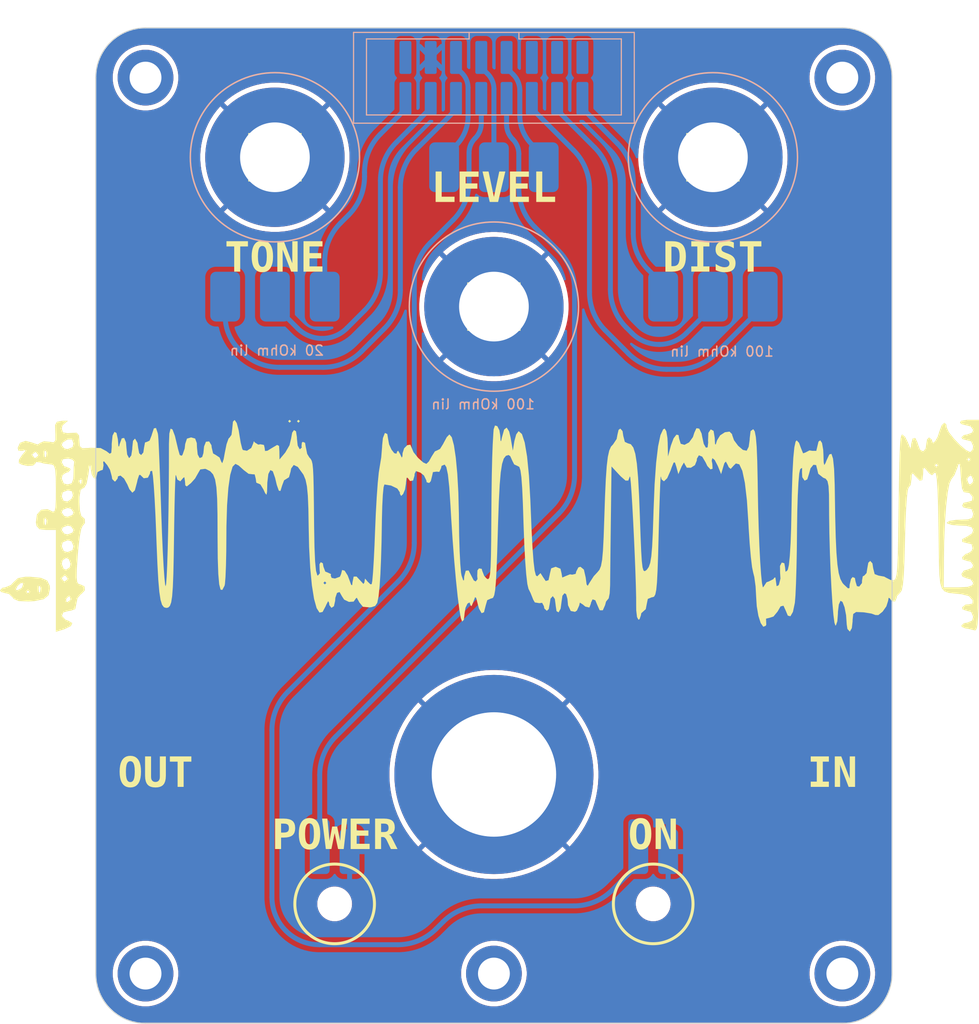
<source format=kicad_pcb>
(kicad_pcb (version 20241229) (generator "pcbnew") (generator_version "9.0")
  (layers (0 "F.Cu" signal) (2 "B.Cu" signal) (13 "F.Paste" user) (15 "B.Paste" user) (5 "F.SilkS" user "F.Silkscreen") (7 "B.SilkS" user "B.Silkscreen") (1 "F.Mask" user) (3 "B.Mask" user) (25 "Edge.Cuts" user))
  (net 0 "")
  (net 1 "0")
  (net 2 "Net-(D1-A)")
  (net 3 "Net-(D2-A)")
  (net 4 "Net-(J1C-Pin_14)")
  (net 5 "Net-(J1C-Pin_16)")
  (net 6 "Net-(J1B-Pin_5)")
  (net 7 "Net-(J1A-Pin_4)")
  (net 9 "Net-(J1B-Pin_9)")
  (net 12 "Net-(J1A-Pin_6)")
  (net 13 "Net-(J1B-Pin_7)")
  (net 14 "Net-(J1A-Pin_2)")
  (net 15 "Net-(J1C-Pin_12)")
  (footprint "MountingHole:MountingHole_3.2mm_M3_DIN965_Pad_TopBottom" (layer "F.Cu") (at 55 145)
    (property "Reference" "H3" (hide yes))
    (property "Value" "MountingHole")
    (pad "1" thru_hole circle (at 0 0) (size 3.6 3.6) (drill 3.2) (layers "*.Cu" "*.Mask"))
    (pad "1" connect circle (at 0 0) (size 5.6 5.6) (layers "F.Cu" "F.Mask"))
    (pad "1" connect circle (at 0 0) (size 5.6 5.6) (layers "B.Cu" "B.Mask"))
  )
  (footprint "MountingHole:MountingHole_3.2mm_M3_DIN965_Pad_TopBottom" (layer "F.Cu") (at 125 145)
    (property "Reference" "H4" (hide yes))
    (property "Value" "MountingHole")
    (pad "1" thru_hole circle (at 0 0) (size 3.6 3.6) (drill 3.2) (layers "*.Cu" "*.Mask"))
    (pad "1" connect circle (at 0 0) (size 5.6 5.6) (layers "F.Cu" "F.Mask"))
    (pad "1" connect circle (at 0 0) (size 5.6 5.6) (layers "B.Cu" "B.Mask"))
  )
  (footprint "pedale:top_plate_pot" (layer "F.Cu") (at 90 78 180)
    (property "Reference" "RV3" (hide yes))
    (property "Value" "pot_gnd")
    (pad "1" smd roundrect (at -5 14 180) (size 3 5) (layers "B.Cu" "B.Mask" "B.Paste") (roundrect_rratio 0.1923076923) (net 9 "Net-(J1B-Pin_9)"))
    (pad "2" smd roundrect (at 0 14 180) (size 3 5) (layers "B.Cu" "B.Mask" "B.Paste") (roundrect_rratio 0.1923076923) (net 13 "Net-(J1B-Pin_7)"))
    (pad "3" smd roundrect (at 5 14 180) (size 3 5) (layers "B.Cu" "B.Mask" "B.Paste") (roundrect_rratio 0.1923076923) (net 6 "Net-(J1B-Pin_5)"))
    (pad "MH" thru_hole circle (at 0 0 180) (size 14 14) (drill 7) (layers "*.Cu" "*.Mask") (net 1 "0"))
  )
  (footprint "pedale:green_led" (layer "F.Cu") (at 74 138 180)
    (property "Reference" "D2" (hide yes))
    (property "Value" "LED")
    (pad "" np_thru_hole circle (at 0 0 180) (size 3 3) (drill 3) (layers "*.Cu" "*.Mask"))
    (pad "1" smd roundrect (at -1.5 5.25 180) (size 2 4.5) (layers "B.Cu" "B.Mask" "B.Paste") (roundrect_rratio 0.1923076923) (net 1 "0"))
    (pad "2" smd roundrect (at 1.5 5.75 180) (size 2 5.5) (layers "B.Cu" "B.Mask" "B.Paste") (roundrect_rratio 0.1923076923) (net 3 "Net-(D2-A)"))
  )
  (footprint "pedale:top_plate_pot" (layer "F.Cu") (at 112 63)
    (property "Reference" "RV2" (hide yes))
    (property "Value" "pot_gnd")
    (pad "1" smd roundrect (at -5 14) (size 3 5) (layers "B.Cu" "B.Mask" "B.Paste") (roundrect_rratio 0.1923076923) (net 5 "Net-(J1C-Pin_16)"))
    (pad "2" smd roundrect (at 0 14) (size 3 5) (layers "B.Cu" "B.Mask" "B.Paste") (roundrect_rratio 0.1923076923) (net 4 "Net-(J1C-Pin_14)"))
    (pad "3" smd roundrect (at 5 14) (size 3 5) (layers "B.Cu" "B.Mask" "B.Paste") (roundrect_rratio 0.1923076923) (net 15 "Net-(J1C-Pin_12)"))
    (pad "MH" thru_hole circle (at 0 0) (size 14 14) (drill 7) (layers "*.Cu" "*.Mask") (net 1 "0"))
  )
  (footprint "pedale:plated_switch_hole" (layer "F.Cu") (at 90 125)
    (property "Reference" "H8" (hide yes))
    (property "Value" "MountingHole_Pad")
    (pad "1" thru_hole circle (at 0 0) (size 20 20) (drill 12.5) (layers "*.Cu" "*.Mask") (net 1 "0"))
  )
  (footprint "MountingHole:MountingHole_3.2mm_M3_DIN965_Pad_TopBottom" (layer "F.Cu") (at 55 55)
    (property "Reference" "H1" (hide yes))
    (property "Value" "MountingHole")
    (pad "1" thru_hole circle (at 0 0) (size 3.6 3.6) (drill 3.2) (layers "*.Cu" "*.Mask"))
    (pad "1" connect circle (at 0 0) (size 5.6 5.6) (layers "F.Cu" "F.Mask"))
    (pad "1" connect circle (at 0 0) (size 5.6 5.6) (layers "B.Cu" "B.Mask"))
  )
  (footprint "pedale:top_plate_pot" (layer "F.Cu") (at 68 63)
    (property "Reference" "RV1" (hide yes))
    (property "Value" "pot_gnd")
    (pad "1" smd roundrect (at -5 14) (size 3 5) (layers "B.Cu" "B.Mask" "B.Paste") (roundrect_rratio 0.1923076923) (net 12 "Net-(J1A-Pin_6)"))
    (pad "2" smd roundrect (at 0 14) (size 3 5) (layers "B.Cu" "B.Mask" "B.Paste") (roundrect_rratio 0.1923076923) (net 7 "Net-(J1A-Pin_4)"))
    (pad "3" smd roundrect (at 5 14) (size 3 5) (layers "B.Cu" "B.Mask" "B.Paste") (roundrect_rratio 0.1923076923) (net 14 "Net-(J1A-Pin_2)"))
    (pad "MH" thru_hole circle (at 0 0) (size 14 14) (drill 7) (layers "*.Cu" "*.Mask") (net 1 "0"))
  )
  (footprint "LOGO" (layer "F.Cu") (at 90 100)
    (property "Reference" "G***" (hide yes))
    (property "Value" "LOGO" (hide yes))
  )
  (footprint "MountingHole:MountingHole_3.2mm_M3_DIN965_Pad_TopBottom" (layer "F.Cu") (at 125 55)
    (property "Reference" "H2" (hide yes))
    (property "Value" "MountingHole")
    (pad "1" thru_hole circle (at 0 0) (size 3.6 3.6) (drill 3.2) (layers "*.Cu" "*.Mask"))
    (pad "1" connect circle (at 0 0) (size 5.6 5.6) (layers "F.Cu" "F.Mask"))
    (pad "1" connect circle (at 0 0) (size 5.6 5.6) (layers "B.Cu" "B.Mask"))
  )
  (footprint "MountingHole:MountingHole_3.2mm_M3_DIN965_Pad_TopBottom" (layer "F.Cu") (at 90 145)
    (property "Reference" "H11" (hide yes))
    (property "Value" "MountingHole")
    (pad "1" thru_hole circle (at 0 0) (size 3.6 3.6) (drill 3.2) (layers "*.Cu" "*.Mask"))
    (pad "1" connect circle (at 0 0) (size 5.6 5.6) (layers "F.Cu" "F.Mask"))
    (pad "1" connect circle (at 0 0) (size 5.6 5.6) (layers "B.Cu" "B.Mask"))
  )
  (footprint "pedale:red_led" (layer "F.Cu") (at 106 138 180)
    (property "Reference" "D1" (hide yes))
    (property "Value" "LED")
    (pad "" np_thru_hole circle (at 0 0 180) (size 3 3) (drill 3) (layers "*.Cu" "*.Mask"))
    (pad "1" smd roundrect (at -1.5 5.25 180) (size 2 4.5) (layers "B.Cu" "B.Mask" "B.Paste") (roundrect_rratio 0.1923076923) (net 1 "0"))
    (pad "2" smd roundrect (at 1.5 5.75 180) (size 2 5.5) (layers "B.Cu" "B.Mask" "B.Paste") (roundrect_rratio 0.1923076923) (net 2 "Net-(D1-A)"))
  )
  (footprint "pedale:IDC-Header_2x08_faux_SMD" (layer "B.Cu") (at 81.11 53.7475 -90)
    (property "Reference" "J1" (hide yes))
    (property "Value" "top_panel_connector")
    (pad "1" smd roundrect (at -0.2 0 270) (size 3.31 1.2) (drill (offset -0.575 0)) (layers "B.Cu" "B.Mask") (roundrect_rratio 0.147059))
    (pad "2" smd roundrect (at 3.345 0 270) (size 3.31 1.2) (layers "B.Cu" "B.Mask") (roundrect_rratio 0.1470588235) (net 14 "Net-(J1A-Pin_2)"))
    (pad "3" smd roundrect (at -0.775 -2.54 270) (size 3.31 1.2) (layers "B.Cu" "B.Mask") (roundrect_rratio 0.1470588235) (net 1 "0"))
    (pad "4" smd roundrect (at 3.345 -2.54 270) (size 3.31 1.2) (layers "B.Cu" "B.Mask") (roundrect_rratio 0.1470588235) (net 7 "Net-(J1A-Pin_4)"))
    (pad "5" smd roundrect (at -0.775 -5.08 270) (size 3.31 1.2) (layers "B.Cu" "B.Mask") (roundrect_rratio 0.1470588235) (net 6 "Net-(J1B-Pin_5)"))
    (pad "6" smd roundrect (at 3.345 -5.08 270) (size 3.31 1.2) (layers "B.Cu" "B.Mask") (roundrect_rratio 0.1470588235) (net 12 "Net-(J1A-Pin_6)"))
    (pad "7" smd roundrect (at -0.775 -7.62 270) (size 3.31 1.2) (layers "B.Cu" "B.Mask") (roundrect_rratio 0.1470588235) (net 13 "Net-(J1B-Pin_7)"))
    (pad "8" smd roundrect (at 3.345 -7.62 270) (size 3.31 1.2) (layers "B.Cu" "B.Mask") (roundrect_rratio 0.1470588235) (net 2 "Net-(D1-A)"))
    (pad "9" smd roundrect (at -0.775 -10.16 270) (size 3.31 1.2) (layers "B.Cu" "B.Mask") (roundrect_rratio 0.1470588235) (net 9 "Net-(J1B-Pin_9)"))
    (pad "10" smd roundrect (at 3.345 -10.16 270) (size 3.31 1.2) (layers "B.Cu" "B.Mask") (roundrect_rratio 0.1470588235) (net 3 "Net-(D2-A)"))
    (pad "11" smd roundrect (at -0.775 -12.7 270) (size 3.31 1.2) (layers "B.Cu" "B.Mask") (roundrect_rratio 0.1470588235))
    (pad "12" smd roundrect (at 3.345 -12.7 270) (size 3.31 1.2) (layers "B.Cu" "B.Mask") (roundrect_rratio 0.1470588235) (net 15 "Net-(J1C-Pin_12)"))
    (pad "13" smd roundrect (at -0.775 -15.24 270) (size 3.31 1.2) (layers "B.Cu" "B.Mask") (roundrect_rratio 0.1470588235))
    (pad "14" smd roundrect (at 3.345 -15.24 270) (size 3.31 1.2) (layers "B.Cu" "B.Mask") (roundrect_rratio 0.1470588235) (net 4 "Net-(J1C-Pin_14)"))
    (pad "15" smd roundrect (at -0.775 -17.78 270) (size 3.31 1.2) (layers "B.Cu" "B.Mask") (roundrect_rratio 0.1470588235))
    (pad "16" smd roundrect (at 3.345 -17.78 270) (size 3.31 1.2) (layers "B.Cu" "B.Mask") (roundrect_rratio 0.1470588235) (net 5 "Net-(J1C-Pin_16)"))
  )
  (gr_circle (center 74 138) (end 70 138) (stroke (width 0.3)) (fill no) (layer "F.SilkS"))
  (gr_circle (center 106 138) (end 110 138) (stroke (width 0.3)) (fill no) (layer "F.SilkS"))
  (gr_line (start 50 55) (end 50 145) (stroke (width 0.1)) (layer "Edge.Cuts"))
  (gr_arc (start 50 55) (mid 51.464467 51.464467) (end 55 50) (stroke (width 0.1)) (layer "Edge.Cuts"))
  (gr_arc (start 125 50) (mid 128.535533 51.464467) (end 130 55) (stroke (width 0.1)) (layer "Edge.Cuts"))
  (gr_line (start 55 150) (end 125 150) (stroke (width 0.1)) (layer "Edge.Cuts"))
  (gr_line (start 130 145) (end 130 55) (stroke (width 0.1)) (layer "Edge.Cuts"))
  (gr_arc (start 55 150) (mid 51.464467 148.535533) (end 50 145) (stroke (width 0.1)) (layer "Edge.Cuts"))
  (gr_line (start 125 50) (end 55 50) (stroke (width 0.1)) (layer "Edge.Cuts"))
  (gr_arc (start 130 145) (mid 128.535533 148.535533) (end 125 150) (stroke (width 0.1)) (layer "Edge.Cuts"))
  (gr_text "IN" (at 124 125 0) (layer "F.SilkS") (effects (font (size 3 3) (thickness 0.15) (bold yes))))
  (gr_text "POWER\n" (at 74 133 0) (layer "F.SilkS") (effects (font (size 3 3) (thickness 0.15) (bold yes)) (justify bottom)))
  (gr_text "OUT\n" (at 56 125 0) (layer "F.SilkS") (effects (font (size 3 3) (thickness 0.15) (bold yes))))
  (gr_text "DIST" (at 112 75 0) (layer "F.SilkS") (effects (font (size 3 3) (thickness 0.15) (bold yes)) (justify bottom)))
  (gr_text "TONE\n" (at 68 75 0) (layer "F.SilkS") (effects (font (size 3 3) (thickness 0.15) (bold yes)) (justify bottom)))
  (gr_text "ON\n" (at 106 133 0) (layer "F.SilkS") (effects (font (size 3 3) (thickness 0.15) (bold yes)) (justify bottom)))
  (gr_text "LEVEL\n" (at 90 68 0) (layer "F.SilkS") (effects (font (size 3 3) (thickness 0.15) (bold yes)) (justify bottom)))
  (gr_text "100 kOhm lin\n" (at 94.2 88.4 0) (layer "B.SilkS") (effects (font (size 1 1)) (justify left bottom mirror)))
  (gr_text "100 kOhm lin\n" (at 118.2 83.1 0) (layer "B.SilkS") (effects (font (size 1 1)) (justify left bottom mirror)))
  (gr_text "20 kOhm lin\n" (at 73 83 0) (layer "B.SilkS") (effects (font (size 1 1)) (justify left bottom mirror)))
  (segment (start 67.7 120.553963) (end 67.7 137.320101) (width 0.5) (layer "B.Cu") (net 2))
  (segment (start 84.193792 140.506206) (end 84.906207 139.793792) (width 0.5) (layer "B.Cu") (net 2))
  (segment (start 104.5 133.125) (end 104.5 132.25) (width 0.5) (layer "B.Cu") (net 2))
  (segment (start 88.73 59.600258) (end 88.73 57.0925) (width 0.5) (layer "B.Cu") (net 2))
  (segment (start 80.346036 142.1) (end 72.479898 142.1) (width 0.5) (layer "B.Cu") (net 2))
  (segment (start 82 101.746036) (end 82 75.453963) (width 0.5) (layer "B.Cu") (net 2))
  (segment (start 98.046036 138.2) (end 88.753963 138.2) (width 0.5) (layer "B.Cu") (net 2))
  (segment (start 101.893792 136.606207) (end 103.881281 134.618718) (width 0.5) (layer "B.Cu") (net 2))
  (segment (start 87.5 65.446036) (end 87.5 62.569741) (width 0.5) (layer "B.Cu") (net 2))
  (segment (start 85.906207 69.293792) (end 83.593792 71.606207) (width 0.5) (layer "B.Cu") (net 2))
  (segment (start 80.406207 105.593792) (end 69.293792 116.706207) (width 0.5) (layer "B.Cu") (net 2))
  (arc (start 88.115 61.085) (mid 87.659833 61.766205) (end 87.5 62.569741) (width 0.5) (layer "B.Cu") (net 2))
  (arc (start 69.1 140.7) (mid 70.65071 141.736151) (end 72.479898 142.1) (width 0.5) (layer "B.Cu") (net 2))
  (arc (start 69.293792 116.706207) (mid 68.114213 118.471572) (end 67.7 120.553963) (width 0.5) (layer "B.Cu") (net 2))
  (arc (start 101.893792 136.606207) (mid 100.128426 137.785786) (end 98.046036 138.2) (width 0.5) (layer "B.Cu") (net 2))
  (arc (start 88.753963 138.2) (mid 86.671572 138.614213) (end 84.906207 139.793792) (width 0.5) (layer "B.Cu") (net 2))
  (arc (start 104.5 133.125) (mid 104.3392 133.933394) (end 103.881281 134.618718) (width 0.5) (layer "B.Cu") (net 2))
  (arc (start 84.193792 140.506206) (mid 82.428426 141.685786) (end 80.346036 142.1) (width 0.5) (layer "B.Cu") (net 2))
  (arc (start 83.593792 71.606207) (mid 82.414213 73.371572) (end 82 75.453963) (width 0.5) (layer "B.Cu") (net 2))
  (arc (start 67.7 137.320101) (mid 68.063848 139.149289) (end 69.1 140.7) (width 0.5) (layer "B.Cu") (net 2))
  (arc (start 82 101.746036) (mid 81.585786 103.828426) (end 80.406207 105.593792) (width 0.5) (layer "B.Cu") (net 2))
  (arc (start 88.73 59.600258) (mid 88.570166 60.403794) (end 88.115 61.085) (width 0.5) (layer "B.Cu") (net 2))
  (arc (start 87.5 65.446036) (mid 87.085786 67.528426) (end 85.906207 69.293792) (width 0.5) (layer "B.Cu") (net 2))
  (segment (start 96.506207 72.406207) (end 94.093792 69.993792) (width 0.5) (layer "B.Cu") (net 3))
  (segment (start 96.506207 98.793792) (end 74.093792 121.206207) (width 0.5) (layer "B.Cu") (net 3))
  (segment (start 92.5 62.669741) (end 92.5 66.146036) (width 0.5) (layer "B.Cu") (net 3))
  (segment (start 98.1 94.946036) (end 98.1 76.253963) (width 0.5) (layer "B.Cu") (net 3))
  (segment (start 91.27 59.700258) (end 91.27 57.0925) (width 0.5) (layer "B.Cu") (net 3))
  (segment (start 72.5 125.053963) (end 72.5 132.25) (width 0.5) (layer "B.Cu") (net 3))
  (arc (start 92.5 66.146036) (mid 92.914213 68.228426) (end 94.093792 69.993792) (width 0.5) (layer "B.Cu") (net 3))
  (arc (start 74.093792 121.206207) (mid 72.914213 122.971572) (end 72.5 125.053963) (width 0.5) (layer "B.Cu") (net 3))
  (arc (start 98.1 94.946036) (mid 97.685786 97.028426) (end 96.506207 98.793792) (width 0.5) (layer "B.Cu") (net 3))
  (arc (start 91.885 61.185) (mid 92.340166 61.866205) (end 92.5 62.669741) (width 0.5) (layer "B.Cu") (net 3))
  (arc (start 91.27 59.700258) (mid 91.429833 60.503794) (end 91.885 61.185) (width 0.5) (layer "B.Cu") (net 3))
  (arc (start 96.506207 72.406207) (mid 97.685786 74.171572) (end 98.1 76.253963) (width 0.5) (layer "B.Cu") (net 3))
  (segment (start 96.35 57.67125) (end 96.35 57.0925) (width 0.5) (layer "B.Cu") (net 4))
  (segment (start 103.868629 80.668629) (end 103.293792 80.093792) (width 0.5) (layer "B.Cu") (net 4))
  (segment (start 112 77.5) (end 112 77) (width 0.5) (layer "B.Cu") (net 4))
  (segment (start 100.106207 62.006207) (end 96.759238 58.659238) (width 0.5) (layer "B.Cu") (net 4))
  (segment (start 101.7 65.853963) (end 101.7 76.246036) (width 0.5) (layer "B.Cu") (net 4))
  (segment (start 109.33137 80.668628) (end 111.646446 78.353553) (width 0.5) (layer "B.Cu") (net 4))
  (arc (start 96.35 57.67125) (mid 96.456357 58.205945) (end 96.759238 58.659238) (width 0.5) (layer "B.Cu") (net 4))
  (arc (start 101.7 76.246036) (mid 102.114213 78.328426) (end 103.293792 80.093792) (width 0.5) (layer "B.Cu") (net 4))
  (arc (start 103.868629 80.668629) (mid 105.121792 81.505966) (end 106.6 81.8) (width 0.5) (layer "B.Cu") (net 4))
  (arc (start 112 77.5) (mid 111.908114 77.961939) (end 111.646446 78.353553) (width 0.5) (layer "B.Cu") (net 4))
  (arc (start 109.33137 80.668628) (mid 108.078207 81.505965) (end 106.6 81.8) (width 0.5) (layer "B.Cu") (net 4))
  (arc (start 100.106207 62.006207) (mid 101.285786 63.771572) (end 101.7 65.853963) (width 0.5) (layer "B.Cu") (net 4))
  (segment (start 99.242669 58.442669) (end 102.406207 61.606207) (width 0.5) (layer "B.Cu") (net 5))
  (segment (start 98.89 57.59125) (end 98.89 57.0925) (width 0.5) (layer "B.Cu") (net 5))
  (segment (start 105.5 74.3) (end 106.575735 75.375735) (width 0.5) (layer "B.Cu") (net 5))
  (segment (start 104 70.678679) (end 104 65.453963) (width 0.5) (layer "B.Cu") (net 5))
  (segment (start 107 76.4) (end 107 77) (width 0.5) (layer "B.Cu") (net 5))
  (arc (start 102.406207 61.606207) (mid 103.585786 63.371572) (end 104 65.453963) (width 0.5) (layer "B.Cu") (net 5))
  (arc (start 104 70.678679) (mid 104.389837 72.638523) (end 105.5 74.3) (width 0.5) (layer "B.Cu") (net 5))
  (arc (start 98.89 57.59125) (mid 98.981655 58.052034) (end 99.242669 58.442669) (width 0.5) (layer "B.Cu") (net 5))
  (arc (start 106.575735 75.375735) (mid 106.889737 75.845672) (end 107 76.4) (width 0.5) (layer "B.Cu") (net 5))
  (segment (start 87.4 58.902943) (end 87.4 56.014599) (width 0.5) (layer "B.Cu") (net 6))
  (segment (start 86.2 61.8) (end 85 63) (width 0.5) (layer "B.Cu") (net 6))
  (segment (start 86.535244 54.294244) (end 86.795 54.554) (width 0.5) (layer "B.Cu") (net 6))
  (segment (start 86.19 53.46075) (end 86.19 52.9725) (width 0.5) (layer "B.Cu") (net 6))
  (arc (start 86.795 54.554) (mid 87.242765 55.224128) (end 87.4 56.014599) (width 0.5) (layer "B.Cu") (net 6))
  (arc (start 86.19 53.46075) (mid 86.279725 53.911833) (end 86.535244 54.294244) (width 0.5) (layer "B.Cu") (net 6))
  (arc (start 87.4 58.902943) (mid 87.08813 60.470819) (end 86.2 61.8) (width 0.5) (layer "B.Cu") (net 6))
  (segment (start 80.193792 61.506207) (end 83.311472 58.388527) (width 0.5) (layer "B.Cu") (net 7))
  (segment (start 68 77.45) (end 68 77) (width 0.5) (layer "B.Cu") (net 7))
  (segment (start 83.65 57.57125) (end 83.65 57.0925) (width 0.5) (layer "B.Cu") (net 7))
  (segment (start 78.6 65.353963) (end 78.6 74.546036) (width 0.5) (layer "B.Cu") (net 7))
  (segment (start 68.318198 78.218198) (end 70.274695 80.174695) (width 0.5) (layer "B.Cu") (net 7))
  (segment (start 75.225304 80.174694) (end 77.006207 78.393792) (width 0.5) (layer "B.Cu") (net 7))
  (arc (start 68 77.45) (mid 68.082696 77.865745) (end 68.318198 78.218198) (width 0.5) (layer "B.Cu") (net 7))
  (arc (start 83.65 57.57125) (mid 83.562019 58.013557) (end 83.311472 58.388527) (width 0.5) (layer "B.Cu") (net 7))
  (arc (start 78.6 74.546036) (mid 78.185786 76.628426) (end 77.006207 78.393792) (width 0.5) (layer "B.Cu") (net 7))
  (arc (start 80.193792 61.506207) (mid 79.014213 63.271572) (end 78.6 65.353963) (width 0.5) (layer "B.Cu") (net 7))
  (arc (start 70.274695 80.174695) (mid 71.410374 80.933531) (end 72.75 81.2) (width 0.5) (layer "B.Cu") (net 7))
  (arc (start 75.225304 80.174694) (mid 74.089625 80.933531) (end 72.75 81.2) (width 0.5) (layer "B.Cu") (net 7))
  (segment (start 95 63.45) (end 95 64) (width 0.5) (layer "B.Cu") (net 9))
  (segment (start 91.935 54.68625) (end 91.640789 54.392039) (width 0.5) (layer "B.Cu") (net 9))
  (segment (start 94.611091 62.511091) (end 93.8 61.7) (width 0.5) (layer "B.Cu") (net 9))
  (segment (start 91.27 53.496875) (end 91.27 52.9725) (width 0.5) (layer "B.Cu") (net 9))
  (segment (start 92.6 56.291702) (end 92.6 58.802943) (width 0.5) (layer "B.Cu") (net 9))
  (arc (start 92.6 58.802943) (mid 92.911869 60.370819) (end 93.8 61.7) (width 0.5) (layer "B.Cu") (net 9))
  (arc (start 94.611091 62.511091) (mid 94.898925 62.941866) (end 95 63.45) (width 0.5) (layer "B.Cu") (net 9))
  (arc (start 91.27 53.496875) (mid 91.366364 53.981334) (end 91.640789 54.392039) (width 0.5) (layer "B.Cu") (net 9))
  (arc (start 91.935 54.68625) (mid 92.427172 55.422837) (end 92.6 56.291702) (width 0.5) (layer "B.Cu") (net 9))
  (segment (start 86.19 57.60125) (end 86.19 58.11) (width 0.5) (layer "B.Cu") (net 12))
  (segment (start 82.193792 62.206207) (end 85.794904 58.605095) (width 0.5) (layer "B.Cu") (net 12))
  (segment (start 86.19 57.60125) (end 86.19 57.65125) (width 0.5) (layer "B.Cu") (net 12))
  (segment (start 80.6 76.346036) (end 80.6 66.053963) (width 0.5) (layer "B.Cu") (net 12))
  (segment (start 64.378858 82.278858) (end 64.606207 82.506207) (width 0.5) (layer "B.Cu") (net 12))
  (segment (start 63 78.95) (end 63 77) (width 0.5) (layer "B.Cu") (net 12))
  (segment (start 79.006207 80.193792) (end 76.693792 82.506207) (width 0.5) (layer "B.Cu") (net 12))
  (segment (start 72.846036 84.1) (end 68.453963 84.1) (width 0.5) (layer "B.Cu") (net 12))
  (arc (start 64.606207 82.506207) (mid 66.371572 83.685786) (end 68.453963 84.1) (width 0.5) (layer "B.Cu") (net 12))
  (arc (start 76.693792 82.506207) (mid 74.928426 83.685786) (end 72.846036 84.1) (width 0.5) (layer "B.Cu") (net 12))
  (arc (start 82.193792 62.206207) (mid 81.014213 63.971572) (end 80.6 66.053963) (width 0.5) (layer "B.Cu") (net 12))
  (arc (start 86.19 57.65125) (mid 86.087317 58.167467) (end 85.794904 58.605095) (width 0.5) (layer "B.Cu") (net 12))
  (arc (start 86.19 57.60125) (mid 86.19 57.60125) (end 86.19 57.60125) (width 0.5) (layer "B.Cu") (net 12))
  (arc (start 80.6 76.346036) (mid 80.185786 78.428426) (end 79.006207 80.193792) (width 0.5) (layer "B.Cu") (net 12))
  (arc (start 63 78.95) (mid 63.358353 80.751565) (end 64.378858 82.278858) (width 0.5) (layer "B.Cu") (net 12))
  (segment (start 89.365 54.615) (end 89.086205 54.336205) (width 0.5) (layer "B.Cu") (net 13))
  (segment (start 88.73 53.47625) (end 88.73 52.9725) (width 0.5) (layer "B.Cu") (net 13))
  (segment (start 90 56.148025) (end 90 64) (width 0.5) (layer "B.Cu") (net 13))
  (arc (start 89.365 54.615) (mid 89.834968 55.318357) (end 90 56.148025) (width 0.5) (layer "B.Cu") (net 13))
  (arc (start 88.73 53.47625) (mid 88.822574 53.941654) (end 89.086205 54.336205) (width 0.5) (layer "B.Cu") (net 13))
  (segment (start 73 73.453963) (end 73 77) (width 0.5) (layer "B.Cu") (net 14))
  (segment (start 77 64.523029) (end 77 64.946036) (width 0.5) (layer "B.Cu") (net 14))
  (segment (start 81.11 57.625783) (end 81.11 57.0925) (width 0.5) (layer "B.Cu") (net 14))
  (segment (start 74.593792 69.606206) (end 75.406207 68.793792) (width 0.5) (layer "B.Cu") (net 14))
  (segment (start 80.732911 58.536153) (end 78.593792 60.675273) (width 0.5) (layer "B.Cu") (net 14))
  (arc (start 77 64.946036) (mid 76.585786 67.028426) (end 75.406207 68.793792) (width 0.5) (layer "B.Cu") (net 14))
  (arc (start 81.11 57.625783) (mid 81.011997 58.118471) (end 80.732911 58.536153) (width 0.5) (layer "B.Cu") (net 14))
  (arc (start 78.593792 60.675273) (mid 77.414213 62.440638) (end 77 64.523029) (width 0.5) (layer "B.Cu") (net 14))
  (arc (start 74.593792 69.606206) (mid 73.414213 71.371572) (end 73 73.453963) (width 0.5) (layer "B.Cu") (net 14))
  (segment (start 93.81 57.60125) (end 93.81 57.0925) (width 0.5) (layer "B.Cu") (net 15))
  (segment (start 99.6 66.153963) (end 99.6 76.546036) (width 0.5) (layer "B.Cu") (net 15))
  (segment (start 117 77.5) (end 117 77) (width 0.5) (layer "B.Cu") (net 15))
  (segment (start 108.446036 84.3) (end 107.353963 84.3) (width 0.5) (layer "B.Cu") (net 15))
  (segment (start 103.506207 82.706207) (end 101.193792 80.393792) (width 0.5) (layer "B.Cu") (net 15))
  (segment (start 112.293792 82.706207) (end 116.646446 78.353553) (width 0.5) (layer "B.Cu") (net 15))
  (segment (start 98.006207 62.306207) (end 94.16974 58.46974) (width 0.5) (layer "B.Cu") (net 15))
  (arc (start 103.506207 82.706207) (mid 105.271572 83.885786) (end 107.353963 84.3) (width 0.5) (layer "B.Cu") (net 15))
  (arc (start 117 77.5) (mid 116.908114 77.961939) (end 116.646446 78.353553) (width 0.5) (layer "B.Cu") (net 15))
  (arc (start 112.293792 82.706207) (mid 110.528426 83.885786) (end 108.446036 84.3) (width 0.5) (layer "B.Cu") (net 15))
  (arc (start 98.006207 62.306207) (mid 99.185786 64.071572) (end 99.6 66.153963) (width 0.5) (layer "B.Cu") (net 15))
  (arc (start 93.81 57.60125) (mid 93.903493 58.071273) (end 94.16974 58.46974) (width 0.5) (layer "B.Cu") (net 15))
  (arc (start 99.6 76.546036) (mid 100.014213 78.628426) (end 101.193792 80.393792) (width 0.5) (layer "B.Cu") (net 15))
  (zone (net 1) (net_name "0") (layer "F.Cu") (connect_pads (clearance 0.5)) (min_thickness 0.25) (fill yes (thermal_gap 0.5) (thermal_bridge_width 0.5))
    (polygon (pts (xy 50 50) (xy 130.02 50) (xy 130.02 149.93) (xy 50 149.93)))
  )
  (zone (net 1) (net_name "0") (layer "B.Cu") (connect_pads (clearance 0.5)) (min_thickness 0.25) (fill yes (thermal_gap 0.5) (thermal_bridge_width 0.5))
    (polygon (pts (xy 49.98 50) (xy 130 50) (xy 130 149.93) (xy 49.98 149.93)))
  )
)
</source>
